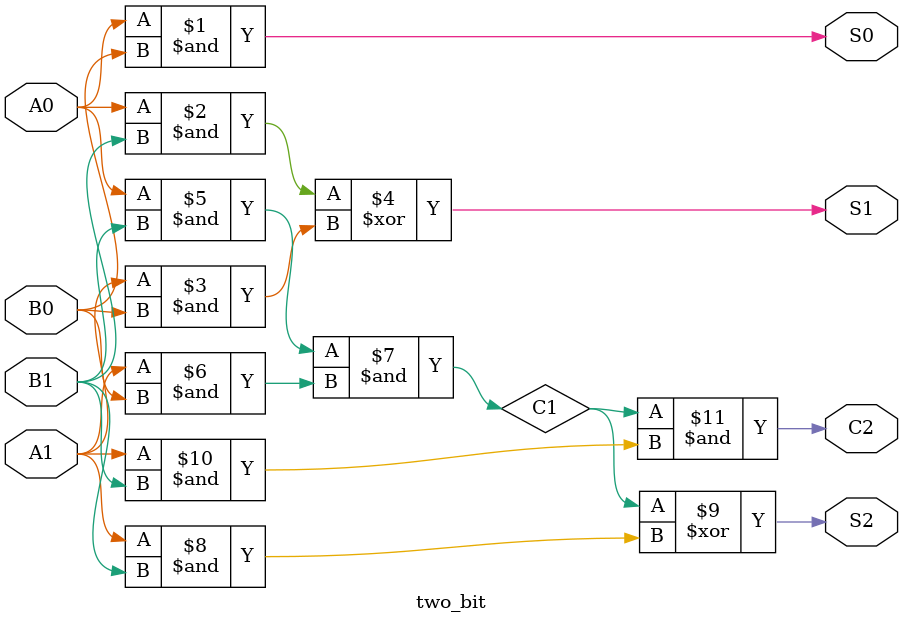
<source format=v>
`timescale 1ns / 1ps


module two_bit(A0,A1,B0,B1,S0,S1,S2,C2);
    
       input A0,A1,B1,B0;
       output S0,S1,S2,C2;
       
       wire C1;
       
       assign S0 = A0&B0;
       assign S1 = (A0&B1)^(A1&B0);
       assign C1 = (A0&B1)&(A1&B0);
       assign S2 = C1^(A1&B1);
       assign C2 = C1&(A1&B1);
        

endmodule

</source>
